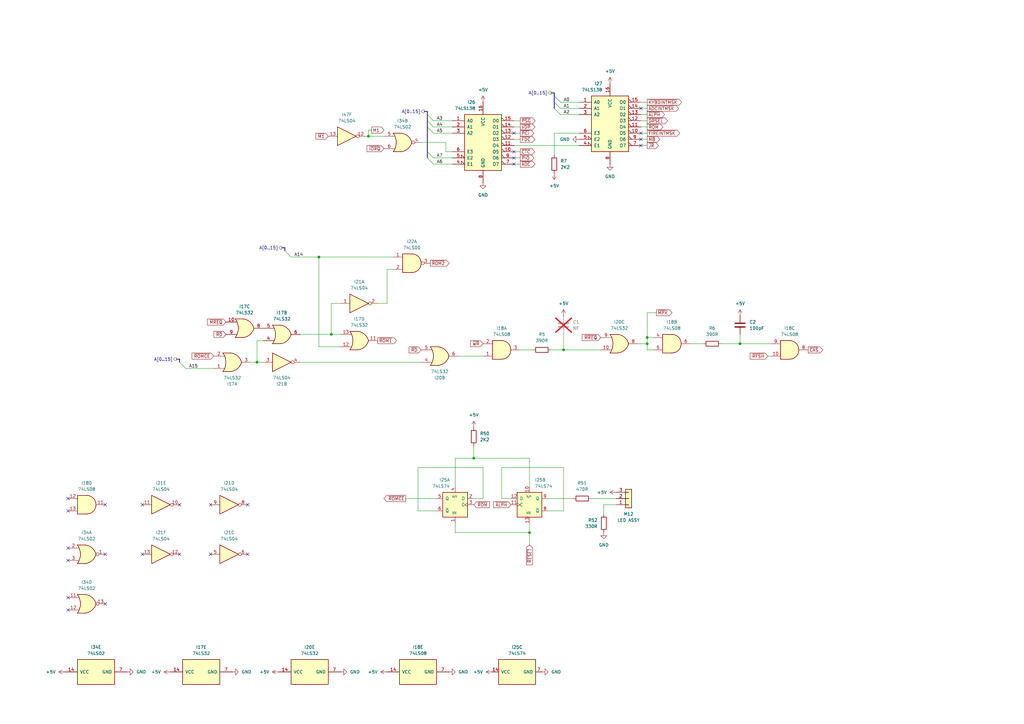
<source format=kicad_sch>
(kicad_sch (version 20250114) (generator "eeschema") (generator_version "9.0")
  (paper "A3")
  (lib_symbols
    (symbol "74xx:74LS00" (pin_names (offset 1.016))
      (property "Reference" "U" (at 0 1.27 0))
      (property "Value" "74LS00" (at 0 -1.27 0))
      (symbol "74LS00_1_1"
        (pin input line (at -7.62 2.54 0) (length 3.81) (name "~") (number "1"))
        (pin input line (at -7.62 -2.54 0) (length 3.81) (name "~") (number "2"))
        (pin output inverted (at 7.62 0 180) (length 3.81) (name "~") (number "3"))
      )
      (symbol "74LS00_1_2"
        (pin input inverted (at -7.62 2.54 0) (length 4.318) (name "~") (number "1"))
        (pin input inverted (at -7.62 -2.54 0) (length 4.318) (name "~") (number "2"))
        (pin output line (at 7.62 0 180) (length 3.81) (name "~") (number "3"))
      )
      (symbol "74LS00_2_1"
        (pin input line (at -7.62 2.54 0) (length 3.81) (name "~") (number "4"))
        (pin input line (at -7.62 -2.54 0) (length 3.81) (name "~") (number "5"))
        (pin output inverted (at 7.62 0 180) (length 3.81) (name "~") (number "6"))
      )
      (symbol "74LS00_2_2"
        (pin input inverted (at -7.62 2.54 0) (length 4.318) (name "~") (number "4"))
        (pin input inverted (at -7.62 -2.54 0) (length 4.318) (name "~") (number "5"))
        (pin output line (at 7.62 0 180) (length 3.81) (name "~") (number "6"))
      )
      (symbol "74LS00_3_1"
        (pin input line (at -7.62 2.54 0) (length 3.81) (name "~") (number "9"))
        (pin input line (at -7.62 -2.54 0) (length 3.81) (name "~") (number "10"))
        (pin output inverted (at 7.62 0 180) (length 3.81) (name "~") (number "8"))
      )
      (symbol "74LS00_3_2"
        (pin input inverted (at -7.62 2.54 0) (length 4.318) (name "~") (number "9"))
        (pin input inverted (at -7.62 -2.54 0) (length 4.318) (name "~") (number "10"))
        (pin output line (at 7.62 0 180) (length 3.81) (name "~") (number "8"))
      )
      (symbol "74LS00_4_1"
        (pin input line (at -7.62 2.54 0) (length 3.81) (name "~") (number "12"))
        (pin input line (at -7.62 -2.54 0) (length 3.81) (name "~") (number "13"))
        (pin output inverted (at 7.62 0 180) (length 3.81) (name "~") (number "11"))
      )
      (symbol "74LS00_4_2"
        (pin input inverted (at -7.62 2.54 0) (length 4.318) (name "~") (number "12"))
        (pin input inverted (at -7.62 -2.54 0) (length 4.318) (name "~") (number "13"))
        (pin output line (at 7.62 0 180) (length 3.81) (name "~") (number "11"))
      )
      (symbol "74LS00_5_0"
        (pin power_in line (at 0 12.7 270) (length 5.08) (name "VCC") (number "14"))
        (pin power_in line (at 0 -12.7 90) (length 5.08) (name "GND") (number "7"))
      )
    )
    (symbol "74xx:74LS02" (pin_names (offset 1.016))
      (property "Reference" "U" (at 0 1.27 0))
      (property "Value" "74LS02" (at 0 -1.27 0))
      (symbol "74LS02_1_1"
        (pin input line (at -7.62 2.54 0) (length 4.318) (name "~") (number "2"))
        (pin input line (at -7.62 -2.54 0) (length 4.318) (name "~") (number "3"))
        (pin output inverted (at 7.62 0 180) (length 3.81) (name "~") (number "1"))
      )
      (symbol "74LS02_1_2"
        (pin input inverted (at -7.62 2.54 0) (length 3.81) (name "~") (number "2"))
        (pin input inverted (at -7.62 -2.54 0) (length 3.81) (name "~") (number "3"))
        (pin output line (at 7.62 0 180) (length 3.81) (name "~") (number "1"))
      )
      (symbol "74LS02_2_1"
        (pin input line (at -7.62 2.54 0) (length 4.318) (name "~") (number "5"))
        (pin input line (at -7.62 -2.54 0) (length 4.318) (name "~") (number "6"))
        (pin output inverted (at 7.62 0 180) (length 3.81) (name "~") (number "4"))
      )
      (symbol "74LS02_2_2"
        (pin input inverted (at -7.62 2.54 0) (length 3.81) (name "~") (number "5"))
        (pin input inverted (at -7.62 -2.54 0) (length 3.81) (name "~") (number "6"))
        (pin output line (at 7.62 0 180) (length 3.81) (name "~") (number "4"))
      )
      (symbol "74LS02_3_1"
        (pin input line (at -7.62 2.54 0) (length 4.318) (name "~") (number "8"))
        (pin input line (at -7.62 -2.54 0) (length 4.318) (name "~") (number "9"))
        (pin output inverted (at 7.62 0 180) (length 3.81) (name "~") (number "10"))
      )
      (symbol "74LS02_3_2"
        (pin input inverted (at -7.62 2.54 0) (length 3.81) (name "~") (number "8"))
        (pin input inverted (at -7.62 -2.54 0) (length 3.81) (name "~") (number "9"))
        (pin output line (at 7.62 0 180) (length 3.81) (name "~") (number "10"))
      )
      (symbol "74LS02_4_1"
        (pin input line (at -7.62 2.54 0) (length 4.318) (name "~") (number "11"))
        (pin input line (at -7.62 -2.54 0) (length 4.318) (name "~") (number "12"))
        (pin output inverted (at 7.62 0 180) (length 3.81) (name "~") (number "13"))
      )
      (symbol "74LS02_4_2"
        (pin input inverted (at -7.62 2.54 0) (length 3.81) (name "~") (number "11"))
        (pin input inverted (at -7.62 -2.54 0) (length 3.81) (name "~") (number "12"))
        (pin output line (at 7.62 0 180) (length 3.81) (name "~") (number "13"))
      )
      (symbol "74LS02_5_0"
        (pin power_in line (at 0 12.7 270) (length 5.08) (name "VCC") (number "14"))
        (pin power_in line (at 0 -12.7 90) (length 5.08) (name "GND") (number "7"))
      )
    )
    (symbol "74xx:74LS04"
      (property "Reference" "U" (at 0 1.27 0))
      (property "Value" "74LS04" (at 0 -1.27 0))
      (symbol "74LS04_1_0"
        (pin input line (at -7.62 0 0) (length 3.81) (name "~") (number "1"))
        (pin output inverted (at 7.62 0 180) (length 3.81) (name "~") (number "2"))
      )
      (symbol "74LS04_2_0"
        (pin input line (at -7.62 0 0) (length 3.81) (name "~") (number "3"))
        (pin output inverted (at 7.62 0 180) (length 3.81) (name "~") (number "4"))
      )
      (symbol "74LS04_3_0"
        (pin input line (at -7.62 0 0) (length 3.81) (name "~") (number "5"))
        (pin output inverted (at 7.62 0 180) (length 3.81) (name "~") (number "6"))
      )
      (symbol "74LS04_4_0"
        (pin input line (at -7.62 0 0) (length 3.81) (name "~") (number "9"))
        (pin output inverted (at 7.62 0 180) (length 3.81) (name "~") (number "8"))
      )
      (symbol "74LS04_5_0"
        (pin input line (at -7.62 0 0) (length 3.81) (name "~") (number "11"))
        (pin output inverted (at 7.62 0 180) (length 3.81) (name "~") (number "10"))
      )
      (symbol "74LS04_6_0"
        (pin input line (at -7.62 0 0) (length 3.81) (name "~") (number "13"))
        (pin output inverted (at 7.62 0 180) (length 3.81) (name "~") (number "12"))
      )
      (symbol "74LS04_7_0"
        (pin power_in line (at 0 12.7 270) (length 5.08) (name "VCC") (number "14"))
        (pin power_in line (at 0 -12.7 90) (length 5.08) (name "GND") (number "7"))
      )
    )
    (symbol "74xx:74LS08" (pin_names (offset 1.016))
      (property "Reference" "U" (at 0 1.27 0))
      (property "Value" "74LS08" (at 0 -1.27 0))
      (symbol "74LS08_1_1"
        (pin input line (at -7.62 2.54 0) (length 3.81) (name "~") (number "1"))
        (pin input line (at -7.62 -2.54 0) (length 3.81) (name "~") (number "2"))
        (pin output line (at 7.62 0 180) (length 3.81) (name "~") (number "3"))
      )
      (symbol "74LS08_1_2"
        (pin input inverted (at -7.62 2.54 0) (length 4.318) (name "~") (number "1"))
        (pin input inverted (at -7.62 -2.54 0) (length 4.318) (name "~") (number "2"))
        (pin output inverted (at 7.62 0 180) (length 3.81) (name "~") (number "3"))
      )
      (symbol "74LS08_2_1"
        (pin input line (at -7.62 2.54 0) (length 3.81) (name "~") (number "4"))
        (pin input line (at -7.62 -2.54 0) (length 3.81) (name "~") (number "5"))
        (pin output line (at 7.62 0 180) (length 3.81) (name "~") (number "6"))
      )
      (symbol "74LS08_2_2"
        (pin input inverted (at -7.62 2.54 0) (length 4.318) (name "~") (number "4"))
        (pin input inverted (at -7.62 -2.54 0) (length 4.318) (name "~") (number "5"))
        (pin output inverted (at 7.62 0 180) (length 3.81) (name "~") (number "6"))
      )
      (symbol "74LS08_3_1"
        (pin input line (at -7.62 2.54 0) (length 3.81) (name "~") (number "9"))
        (pin input line (at -7.62 -2.54 0) (length 3.81) (name "~") (number "10"))
        (pin output line (at 7.62 0 180) (length 3.81) (name "~") (number "8"))
      )
      (symbol "74LS08_3_2"
        (pin input inverted (at -7.62 2.54 0) (length 4.318) (name "~") (number "9"))
        (pin input inverted (at -7.62 -2.54 0) (length 4.318) (name "~") (number "10"))
        (pin output inverted (at 7.62 0 180) (length 3.81) (name "~") (number "8"))
      )
      (symbol "74LS08_4_1"
        (pin input line (at -7.62 2.54 0) (length 3.81) (name "~") (number "12"))
        (pin input line (at -7.62 -2.54 0) (length 3.81) (name "~") (number "13"))
        (pin output line (at 7.62 0 180) (length 3.81) (name "~") (number "11"))
      )
      (symbol "74LS08_4_2"
        (pin input inverted (at -7.62 2.54 0) (length 4.318) (name "~") (number "12"))
        (pin input inverted (at -7.62 -2.54 0) (length 4.318) (name "~") (number "13"))
        (pin output inverted (at 7.62 0 180) (length 3.81) (name "~") (number "11"))
      )
      (symbol "74LS08_5_0"
        (pin power_in line (at 0 12.7 270) (length 5.08) (name "VCC") (number "14"))
        (pin power_in line (at 0 -12.7 90) (length 5.08) (name "GND") (number "7"))
      )
    )
    (symbol "74xx:74LS138" (pin_names (offset 1.016))
      (property "Reference" "U" (at -7.62 11.43 0))
      (property "Value" "74LS138" (at -7.62 -13.97 0))
      (symbol "74LS138_1_0"
        (pin input line (at -12.7 7.62 0) (length 5.08) (name "A0") (number "1"))
        (pin input line (at -12.7 5.08 0) (length 5.08) (name "A1") (number "2"))
        (pin input line (at -12.7 2.54 0) (length 5.08) (name "A2") (number "3"))
        (pin input line (at -12.7 -5.08 0) (length 5.08) (name "E3") (number "6"))
        (pin input input_low (at -12.7 -7.62 0) (length 5.08) (name "E2") (number "5"))
        (pin input input_low (at -12.7 -10.16 0) (length 5.08) (name "E1") (number "4"))
        (pin power_in line (at 0 15.24 270) (length 5.08) (name "VCC") (number "16"))
        (pin power_in line (at 0 -17.78 90) (length 5.08) (name "GND") (number "8"))
        (pin output output_low (at 12.7 7.62 180) (length 5.08) (name "O0") (number "15"))
        (pin output output_low (at 12.7 5.08 180) (length 5.08) (name "O1") (number "14"))
        (pin output output_low (at 12.7 2.54 180) (length 5.08) (name "O2") (number "13"))
        (pin output output_low (at 12.7 0 180) (length 5.08) (name "O3") (number "12"))
        (pin output output_low (at 12.7 -2.54 180) (length 5.08) (name "O4") (number "11"))
        (pin output output_low (at 12.7 -5.08 180) (length 5.08) (name "O5") (number "10"))
        (pin output output_low (at 12.7 -7.62 180) (length 5.08) (name "O6") (number "9"))
        (pin output output_low (at 12.7 -10.16 180) (length 5.08) (name "O7") (number "7"))
      )
    )
    (symbol "74xx:74LS32" (pin_names (offset 1.016))
      (property "Reference" "U" (at 0 1.27 0))
      (property "Value" "74LS32" (at 0 -1.27 0))
      (symbol "74LS32_1_1"
        (pin input line (at -7.62 2.54 0) (length 4.318) (name "~") (number "1"))
        (pin input line (at -7.62 -2.54 0) (length 4.318) (name "~") (number "2"))
        (pin output line (at 7.62 0 180) (length 3.81) (name "~") (number "3"))
      )
      (symbol "74LS32_1_2"
        (pin input inverted (at -7.62 2.54 0) (length 3.81) (name "~") (number "1"))
        (pin input inverted (at -7.62 -2.54 0) (length 3.81) (name "~") (number "2"))
        (pin output inverted (at 7.62 0 180) (length 3.81) (name "~") (number "3"))
      )
      (symbol "74LS32_2_1"
        (pin input line (at -7.62 2.54 0) (length 4.318) (name "~") (number "4"))
        (pin input line (at -7.62 -2.54 0) (length 4.318) (name "~") (number "5"))
        (pin output line (at 7.62 0 180) (length 3.81) (name "~") (number "6"))
      )
      (symbol "74LS32_2_2"
        (pin input inverted (at -7.62 2.54 0) (length 3.81) (name "~") (number "4"))
        (pin input inverted (at -7.62 -2.54 0) (length 3.81) (name "~") (number "5"))
        (pin output inverted (at 7.62 0 180) (length 3.81) (name "~") (number "6"))
      )
      (symbol "74LS32_3_1"
        (pin input line (at -7.62 2.54 0) (length 4.318) (name "~") (number "9"))
        (pin input line (at -7.62 -2.54 0) (length 4.318) (name "~") (number "10"))
        (pin output line (at 7.62 0 180) (length 3.81) (name "~") (number "8"))
      )
      (symbol "74LS32_3_2"
        (pin input inverted (at -7.62 2.54 0) (length 3.81) (name "~") (number "9"))
        (pin input inverted (at -7.62 -2.54 0) (length 3.81) (name "~") (number "10"))
        (pin output inverted (at 7.62 0 180) (length 3.81) (name "~") (number "8"))
      )
      (symbol "74LS32_4_1"
        (pin input line (at -7.62 2.54 0) (length 4.318) (name "~") (number "12"))
        (pin input line (at -7.62 -2.54 0) (length 4.318) (name "~") (number "13"))
        (pin output line (at 7.62 0 180) (length 3.81) (name "~") (number "11"))
      )
      (symbol "74LS32_4_2"
        (pin input inverted (at -7.62 2.54 0) (length 3.81) (name "~") (number "12"))
        (pin input inverted (at -7.62 -2.54 0) (length 3.81) (name "~") (number "13"))
        (pin output inverted (at 7.62 0 180) (length 3.81) (name "~") (number "11"))
      )
      (symbol "74LS32_5_0"
        (pin power_in line (at 0 12.7 270) (length 5.08) (name "VCC") (number "14"))
        (pin power_in line (at 0 -12.7 90) (length 5.08) (name "GND") (number "7"))
      )
    )
    (symbol "74xx:74LS74" (pin_names (offset 1.016))
      (property "Reference" "U" (at -7.62 8.89 0))
      (property "Value" "74LS74" (at -7.62 -8.89 0))
      (symbol "74LS74_1_0"
        (pin input line (at -7.62 2.54 0) (length 2.54) (name "D") (number "2"))
        (pin input clock (at -7.62 0 0) (length 2.54) (name "C") (number "3"))
        (pin input line (at 0 7.62 270) (length 2.54) (name "~{S}") (number "4"))
        (pin input line (at 0 -7.62 90) (length 2.54) (name "~{R}") (number "1"))
        (pin output line (at 7.62 2.54 180) (length 2.54) (name "Q") (number "5"))
        (pin output line (at 7.62 -2.54 180) (length 2.54) (name "~{Q}") (number "6"))
      )
      (symbol "74LS74_2_0"
        (pin input line (at -7.62 2.54 0) (length 2.54) (name "D") (number "12"))
        (pin input clock (at -7.62 0 0) (length 2.54) (name "C") (number "11"))
        (pin input line (at 0 7.62 270) (length 2.54) (name "~{S}") (number "10"))
        (pin input line (at 0 -7.62 90) (length 2.54) (name "~{R}") (number "13"))
        (pin output line (at 7.62 2.54 180) (length 2.54) (name "Q") (number "9"))
        (pin output line (at 7.62 -2.54 180) (length 2.54) (name "~{Q}") (number "8"))
      )
      (symbol "74LS74_3_0"
        (pin power_in line (at 0 10.16 270) (length 2.54) (name "VCC") (number "14"))
        (pin power_in line (at 0 -10.16 90) (length 2.54) (name "GND") (number "7"))
      )
    )
    (symbol "Connector_Generic:Conn_01x03" (pin_names (offset 1.016) (hide yes))
      (property "Reference" "J" (at 0 5.08 0))
      (property "Value" "Conn_01x03" (at 0 -5.08 0))
      (symbol "Conn_01x03_1_1"
        (pin passive line (at -5.08 2.54 0) (length 3.81) (name "Pin_1") (number "1"))
        (pin passive line (at -5.08 0 0) (length 3.81) (name "Pin_2") (number "2"))
        (pin passive line (at -5.08 -2.54 0) (length 3.81) (name "Pin_3") (number "3"))
      )
    )
    (symbol "Device:C" (pin_numbers (hide yes)) (pin_names (offset 0.254))
      (property "Reference" "C" (at 0.635 2.54 0))
      (property "Value" "C" (at 0.635 -2.54 0))
      (symbol "C_1_1"
        (pin passive line (at 0 3.81 270) (length 2.794) (name "~") (number "1"))
        (pin passive line (at 0 -3.81 90) (length 2.794) (name "~") (number "2"))
      )
    )
    (symbol "Device:R" (pin_numbers (hide yes)) (pin_names (offset 0))
      (property "Reference" "R" (at 2.032 0 90))
      (property "Value" "R" (at 0 0 90))
      (symbol "R_1_1"
        (pin passive line (at 0 3.81 270) (length 1.27) (name "~") (number "1"))
        (pin passive line (at 0 -3.81 90) (length 1.27) (name "~") (number "2"))
      )
    )
    (symbol "power:+5V" (power) (pin_numbers (hide yes)) (pin_names (offset 0) (hide yes))
      (property "Value" "+5V" (at 0 3.556 0))
      (symbol "+5V_1_1"
        (pin power_in line (at 0 0 90) (length 0) (name "~") (number "1"))
      )
    )
    (symbol "power:GND" (power) (pin_numbers (hide yes)) (pin_names (offset 0) (hide yes))
      (property "Value" "GND" (at 0 -3.81 0))
      (symbol "GND_1_1"
        (pin power_in line (at 0 0 270) (length 0) (name "~") (number "1"))
      )
    )
  )
  (junction (at 231.14 143.51))
  (junction (at 265.43 138.43))
  (junction (at 130.81 105.41))
  (junction (at 151.13 55.88))
  (junction (at 135.89 137.16))
  (junction (at 105.41 148.59))
  (junction (at 194.31 187.96))
  (junction (at 303.53 140.97))
  (junction (at 265.43 140.97))
  (junction (at 217.17 218.44))
  (no_connect (at 43.18 207.01))
  (no_connect (at 43.18 247.65))
  (no_connect (at 101.6 227.33))
  (no_connect (at 73.66 207.01))
  (no_connect (at 262.89 57.15))
  (no_connect (at 101.6 207.01))
  (no_connect (at 210.82 64.77))
  (no_connect (at 43.18 227.33))
  (no_connect (at 27.94 204.47))
  (no_connect (at 86.36 207.01))
  (no_connect (at 27.94 209.55))
  (no_connect (at 27.94 245.11))
  (no_connect (at 210.82 67.31))
  (no_connect (at 27.94 250.19))
  (no_connect (at 262.89 44.45))
  (no_connect (at 73.66 227.33))
  (no_connect (at 210.82 54.61))
  (no_connect (at 58.42 207.01))
  (no_connect (at 262.89 54.61))
  (no_connect (at 27.94 224.79))
  (no_connect (at 27.94 229.87))
  (no_connect (at 262.89 59.69))
  (no_connect (at 86.36 227.33))
  (no_connect (at 58.42 227.33))
  (no_connect (at 210.82 62.23))
  (bus_entry (at 229.87 44.45) (size -2.54 -2.54))
  (bus_entry (at 177.8 54.61) (size -2.54 -2.54))
  (bus_entry (at 177.8 64.77) (size -2.54 -2.54))
  (bus_entry (at 177.8 49.53) (size -2.54 -2.54))
  (bus_entry (at 119.38 105.41) (size -2.54 -2.54))
  (bus_entry (at 229.87 46.99) (size -2.54 -2.54))
  (bus_entry (at 76.2 151.13) (size -2.54 -2.54))
  (bus_entry (at 177.8 67.31) (size -2.54 -2.54))
  (bus_entry (at 177.8 52.07) (size -2.54 -2.54))
  (bus_entry (at 229.87 41.91) (size -2.54 -2.54))
  (wire (pts (xy 185.42 67.31) (xy 177.8 67.31)))
  (bus (pts (xy 175.26 49.53) (xy 175.26 52.07)))
  (wire (pts (xy 194.31 204.47) (xy 198.12 204.47)))
  (wire (pts (xy 247.65 207.01) (xy 252.73 207.01)))
  (wire (pts (xy 171.45 209.55) (xy 179.07 209.55)))
  (wire (pts (xy 265.43 54.61) (xy 262.89 54.61)))
  (wire (pts (xy 234.95 204.47) (xy 224.79 204.47)))
  (wire (pts (xy 217.17 218.44) (xy 217.17 223.52)))
  (wire (pts (xy 149.86 55.88) (xy 151.13 55.88)))
  (bus (pts (xy 173.99 45.72) (xy 175.26 45.72)))
  (wire (pts (xy 237.49 44.45) (xy 229.87 44.45)))
  (wire (pts (xy 185.42 64.77) (xy 177.8 64.77)))
  (wire (pts (xy 213.36 49.53) (xy 210.82 49.53)))
  (wire (pts (xy 265.43 44.45) (xy 262.89 44.45)))
  (wire (pts (xy 123.19 148.59) (xy 172.72 148.59)))
  (wire (pts (xy 231.14 209.55) (xy 224.79 209.55)))
  (wire (pts (xy 231.14 137.16) (xy 231.14 143.51)))
  (bus (pts (xy 175.26 46.99) (xy 175.26 49.53)))
  (wire (pts (xy 213.36 62.23) (xy 210.82 62.23)))
  (wire (pts (xy 314.96 146.05) (xy 316.23 146.05)))
  (wire (pts (xy 227.33 54.61) (xy 237.49 54.61)))
  (bus (pts (xy 175.26 62.23) (xy 175.26 64.77)))
  (wire (pts (xy 217.17 187.96) (xy 194.31 187.96)))
  (wire (pts (xy 205.74 204.47) (xy 205.74 191.77)))
  (bus (pts (xy 116.84 101.6) (xy 116.84 102.87)))
  (wire (pts (xy 213.36 67.31) (xy 210.82 67.31)))
  (wire (pts (xy 267.97 138.43) (xy 265.43 138.43)))
  (wire (pts (xy 166.37 204.47) (xy 179.07 204.47)))
  (wire (pts (xy 105.41 148.59) (xy 107.95 148.59)))
  (wire (pts (xy 252.73 204.47) (xy 242.57 204.47)))
  (bus (pts (xy 175.26 45.72) (xy 175.26 46.99)))
  (wire (pts (xy 130.81 142.24) (xy 130.81 105.41)))
  (wire (pts (xy 185.42 52.07) (xy 177.8 52.07)))
  (bus (pts (xy 73.66 147.32) (xy 73.66 148.59)))
  (wire (pts (xy 135.89 124.46) (xy 135.89 137.16)))
  (wire (pts (xy 237.49 41.91) (xy 229.87 41.91)))
  (wire (pts (xy 213.36 64.77) (xy 210.82 64.77)))
  (wire (pts (xy 265.43 41.91) (xy 262.89 41.91)))
  (wire (pts (xy 102.87 148.59) (xy 105.41 148.59)))
  (wire (pts (xy 119.38 105.41) (xy 130.81 105.41)))
  (wire (pts (xy 265.43 128.27) (xy 265.43 138.43)))
  (wire (pts (xy 194.31 187.96) (xy 186.69 187.96)))
  (bus (pts (xy 227.33 41.91) (xy 227.33 44.45)))
  (wire (pts (xy 265.43 46.99) (xy 262.89 46.99)))
  (wire (pts (xy 185.42 62.23) (xy 182.88 62.23)))
  (wire (pts (xy 209.55 204.47) (xy 205.74 204.47)))
  (wire (pts (xy 218.44 143.51) (xy 213.36 143.51)))
  (wire (pts (xy 130.81 105.41) (xy 161.29 105.41)))
  (wire (pts (xy 213.36 54.61) (xy 210.82 54.61)))
  (wire (pts (xy 213.36 57.15) (xy 210.82 57.15)))
  (wire (pts (xy 198.12 204.47) (xy 198.12 191.77)))
  (wire (pts (xy 198.12 191.77) (xy 171.45 191.77)))
  (wire (pts (xy 303.53 140.97) (xy 303.53 137.16)))
  (wire (pts (xy 158.75 110.49) (xy 161.29 110.49)))
  (wire (pts (xy 151.13 53.34) (xy 151.13 55.88)))
  (wire (pts (xy 267.97 143.51) (xy 265.43 143.51)))
  (wire (pts (xy 154.94 124.46) (xy 158.75 124.46)))
  (wire (pts (xy 105.41 139.7) (xy 107.95 139.7)))
  (wire (pts (xy 231.14 191.77) (xy 231.14 209.55)))
  (wire (pts (xy 288.29 140.97) (xy 283.21 140.97)))
  (bus (pts (xy 227.33 38.1) (xy 227.33 39.37)))
  (wire (pts (xy 76.2 151.13) (xy 87.63 151.13)))
  (wire (pts (xy 303.53 140.97) (xy 316.23 140.97)))
  (wire (pts (xy 265.43 49.53) (xy 262.89 49.53)))
  (wire (pts (xy 172.72 58.42) (xy 182.88 58.42)))
  (wire (pts (xy 265.43 59.69) (xy 262.89 59.69)))
  (wire (pts (xy 231.14 143.51) (xy 246.38 143.51)))
  (wire (pts (xy 213.36 52.07) (xy 210.82 52.07)))
  (wire (pts (xy 152.4 53.34) (xy 151.13 53.34)))
  (bus (pts (xy 226.06 38.1) (xy 227.33 38.1)))
  (wire (pts (xy 194.31 182.88) (xy 194.31 187.96)))
  (wire (pts (xy 139.7 137.16) (xy 135.89 137.16)))
  (wire (pts (xy 265.43 52.07) (xy 262.89 52.07)))
  (wire (pts (xy 171.45 191.77) (xy 171.45 209.55)))
  (wire (pts (xy 265.43 57.15) (xy 262.89 57.15)))
  (wire (pts (xy 247.65 210.82) (xy 247.65 207.01)))
  (wire (pts (xy 231.14 143.51) (xy 226.06 143.51)))
  (bus (pts (xy 72.39 147.32) (xy 73.66 147.32)))
  (wire (pts (xy 139.7 124.46) (xy 135.89 124.46)))
  (wire (pts (xy 185.42 54.61) (xy 177.8 54.61)))
  (wire (pts (xy 186.69 187.96) (xy 186.69 199.39)))
  (wire (pts (xy 185.42 49.53) (xy 177.8 49.53)))
  (bus (pts (xy 115.57 101.6) (xy 116.84 101.6)))
  (wire (pts (xy 186.69 218.44) (xy 217.17 218.44)))
  (wire (pts (xy 151.13 55.88) (xy 157.48 55.88)))
  (wire (pts (xy 217.17 199.39) (xy 217.17 187.96)))
  (wire (pts (xy 265.43 138.43) (xy 265.43 140.97)))
  (wire (pts (xy 182.88 62.23) (xy 182.88 58.42)))
  (bus (pts (xy 175.26 52.07) (xy 175.26 62.23)))
  (wire (pts (xy 237.49 46.99) (xy 229.87 46.99)))
  (bus (pts (xy 227.33 39.37) (xy 227.33 41.91)))
  (wire (pts (xy 105.41 148.59) (xy 105.41 139.7)))
  (wire (pts (xy 265.43 143.51) (xy 265.43 140.97)))
  (wire (pts (xy 210.82 59.69) (xy 237.49 59.69)))
  (wire (pts (xy 205.74 191.77) (xy 231.14 191.77)))
  (wire (pts (xy 227.33 63.5) (xy 227.33 54.61)))
  (wire (pts (xy 158.75 124.46) (xy 158.75 110.49)))
  (wire (pts (xy 198.12 146.05) (xy 187.96 146.05)))
  (wire (pts (xy 135.89 137.16) (xy 123.19 137.16)))
  (wire (pts (xy 139.7 142.24) (xy 130.81 142.24)))
  (wire (pts (xy 265.43 140.97) (xy 261.62 140.97)))
  (wire (pts (xy 269.24 128.27) (xy 265.43 128.27)))
  (wire (pts (xy 295.91 140.97) (xy 303.53 140.97)))
  (wire (pts (xy 186.69 214.63) (xy 186.69 218.44)))
  (wire (pts (xy 217.17 218.44) (xy 217.17 214.63)))
  (label "A5" (at 179.07 54.61 0))
  (label "A14" (at 120.65 105.41 0))
  (label "A0" (at 231.14 41.91 0))
  (label "A1" (at 231.14 44.45 0))
  (label "A2" (at 231.14 46.99 0))
  (label "A7" (at 179.07 64.77 0))
  (label "A3" (at 179.07 49.53 0))
  (label "A6" (at 179.07 67.31 0))
  (label "A15" (at 77.47 151.13 0))
  (label "A4" (at 179.07 52.07 0))
  (global_label "~{RFSH}" (shape input) (at 314.96 146.05 180) (property "Intersheetrefs" "${INTERSHEET_REFS}" (effects (hide yes))))
  (global_label "~{PSG}" (shape output) (at 213.36 49.53 0) (property "Intersheetrefs" "${INTERSHEET_REFS}" (effects (hide yes))))
  (global_label "~{ADC}" (shape output) (at 213.36 67.31 0) (property "Intersheetrefs" "${INTERSHEET_REFS}" (effects (hide yes))))
  (global_label "~{PCI}" (shape output) (at 213.36 54.61 0) (property "Intersheetrefs" "${INTERSHEET_REFS}" (effects (hide yes))))
  (global_label "~{ROM2}" (shape output) (at 176.53 107.95 0) (property "Intersheetrefs" "${INTERSHEET_REFS}" (effects (hide yes))))
  (global_label "~{WR}" (shape input) (at 198.12 140.97 180) (property "Intersheetrefs" "${INTERSHEET_REFS}" (effects (hide yes))))
  (global_label "~{FIREINTMSK}" (shape output) (at 265.43 54.61 0) (property "Intersheetrefs" "${INTERSHEET_REFS}" (effects (hide yes))))
  (global_label "~{MPX}" (shape output) (at 269.24 128.27 0) (property "Intersheetrefs" "${INTERSHEET_REFS}" (effects (hide yes))))
  (global_label "M1" (shape output) (at 152.4 53.34 0) (property "Intersheetrefs" "${INTERSHEET_REFS}" (effects (hide yes))))
  (global_label "~{RD}" (shape input) (at 172.72 143.51 180) (property "Intersheetrefs" "${INTERSHEET_REFS}" (effects (hide yes))))
  (global_label "~{MB}" (shape output) (at 265.43 57.15 0) (property "Intersheetrefs" "${INTERSHEET_REFS}" (effects (hide yes))))
  (global_label "~{IORQ}" (shape input) (at 157.48 60.96 180) (property "Intersheetrefs" "${INTERSHEET_REFS}" (effects (hide yes))))
  (global_label "~{KYBDINTMSK}" (shape output) (at 265.43 41.91 0) (property "Intersheetrefs" "${INTERSHEET_REFS}" (effects (hide yes))))
  (global_label "~{CAS}" (shape output) (at 331.47 143.51 0) (property "Intersheetrefs" "${INTERSHEET_REFS}" (effects (hide yes))))
  (global_label "~{CTC}" (shape output) (at 213.36 62.23 0) (property "Intersheetrefs" "${INTERSHEET_REFS}" (effects (hide yes))))
  (global_label "~{PIO}" (shape output) (at 213.36 64.77 0) (property "Intersheetrefs" "${INTERSHEET_REFS}" (effects (hide yes))))
  (global_label "~{RD}" (shape input) (at 92.71 137.16 180) (property "Intersheetrefs" "${INTERSHEET_REFS}" (effects (hide yes))))
  (global_label "~{ALPH}" (shape output) (at 265.43 46.99 0) (property "Intersheetrefs" "${INTERSHEET_REFS}" (effects (hide yes))))
  (global_label "~{DRSEL}" (shape output) (at 265.43 49.53 0) (property "Intersheetrefs" "${INTERSHEET_REFS}" (effects (hide yes))))
  (global_label "~{FDC}" (shape output) (at 213.36 57.15 0) (property "Intersheetrefs" "${INTERSHEET_REFS}" (effects (hide yes))))
  (global_label "~{ALPH}" (shape input) (at 209.55 207.01 180) (property "Intersheetrefs" "${INTERSHEET_REFS}" (effects (hide yes))))
  (global_label "~{MREQ}" (shape input) (at 92.71 132.08 180) (property "Intersheetrefs" "${INTERSHEET_REFS}" (effects (hide yes))))
  (global_label "~{ROM}" (shape input) (at 194.31 207.01 0) (property "Intersheetrefs" "${INTERSHEET_REFS}" (effects (hide yes))))
  (global_label "~{RESET}" (shape input) (at 217.17 223.52 270) (property "Intersheetrefs" "${INTERSHEET_REFS}" (effects (hide yes))))
  (global_label "~{ROMCE}" (shape input) (at 87.63 146.05 180) (property "Intersheetrefs" "${INTERSHEET_REFS}" (effects (hide yes))))
  (global_label "~{JR}" (shape output) (at 265.43 59.69 0) (property "Intersheetrefs" "${INTERSHEET_REFS}" (effects (hide yes))))
  (global_label "~{MREQ}" (shape input) (at 246.38 138.43 180) (property "Intersheetrefs" "${INTERSHEET_REFS}" (effects (hide yes))))
  (global_label "~{M1}" (shape input) (at 134.62 55.88 180) (property "Intersheetrefs" "${INTERSHEET_REFS}" (effects (hide yes))))
  (global_label "~{ROM}" (shape output) (at 265.43 52.07 0) (property "Intersheetrefs" "${INTERSHEET_REFS}" (effects (hide yes))))
  (global_label "~{ROMCE}" (shape output) (at 166.37 204.47 180) (property "Intersheetrefs" "${INTERSHEET_REFS}" (effects (hide yes))))
  (global_label "~{ROM1}" (shape output) (at 154.94 139.7 0) (property "Intersheetrefs" "${INTERSHEET_REFS}" (effects (hide yes))))
  (global_label "~{VDP}" (shape output) (at 213.36 52.07 0) (property "Intersheetrefs" "${INTERSHEET_REFS}" (effects (hide yes))))
  (global_label "~{ADCINTMSK}" (shape output) (at 265.43 44.45 0) (property "Intersheetrefs" "${INTERSHEET_REFS}" (effects (hide yes))))
  (hierarchical_label "A[0..15]" (shape output) (at 72.39 147.32 180))
  (hierarchical_label "A[0..15]" (shape output) (at 115.57 101.6 180))
  (hierarchical_label "A[0..15]" (shape output) (at 226.06 38.1 180))
  (hierarchical_label "A[0..15]" (shape output) (at 173.99 45.72 180))
  (symbol (lib_id "74xx:74LS32") (at 115.57 137.16 0) (mirror x) (unit 2)
    (property "Reference" "I17" (at 115.57 128.27 0))
    (property "Value" "74LS32" (at 115.57 130.81 0))
    (property "Footprint" "Einstein:DIP-14_W7.62mm" (effects (hide yes)))
    (property "Datasheet" "http://www.ti.com/lit/gpn/sn74LS32" (effects (hide yes)))
    (property "Description" "Quad 2-input OR" (effects (hide yes)))
  )
  (symbol (lib_id "74xx:74LS32") (at 254 140.97 0) (unit 3)
    (property "Reference" "I20" (at 254 132.08 0))
    (property "Value" "74LS32" (at 254 134.62 0))
    (property "Footprint" "Einstein:DIP-14_W7.62mm" (effects (hide yes)))
    (property "Datasheet" "http://www.ti.com/lit/gpn/sn74LS32" (effects (hide yes)))
    (property "Description" "Quad 2-input OR" (effects (hide yes)))
  )
  (symbol (lib_id "power:+5V") (at 114.3 275.59 90) (unit 1)
    (property "Reference" "#PWR080" (effects (hide yes)))
    (property "Value" "+5V" (at 110.49 275.5899 90) (effects (justify left)))
    (property "Description" "Power symbol creates a global label with name \"+5V\"" (effects (hide yes)))
  )
  (symbol (lib_id "74xx:74LS02") (at 165.1 58.42 0) (unit 2)
    (property "Reference" "I34" (at 165.1 49.53 0))
    (property "Value" "74LS02" (at 165.1 52.07 0))
    (property "Footprint" "Einstein:DIP-14_W7.62mm" (effects (hide yes)))
    (property "Datasheet" "http://www.ti.com/lit/gpn/sn74ls02" (effects (hide yes)))
    (property "Description" "quad 2-input NOR gate" (effects (hide yes)))
  )
  (symbol (lib_id "power:+5V") (at 227.33 71.12 180) (unit 1)
    (property "Reference" "#PWR077" (effects (hide yes)))
    (property "Value" "+5V" (at 227.33 76.2 0))
    (property "Description" "Power symbol creates a global label with name \"+5V\"" (effects (hide yes)))
  )
  (symbol (lib_id "Device:C") (at 231.14 133.35 0) (mirror y) (unit 1) (in_bom no) (dnp yes)
    (property "Reference" "C1" (at 234.95 132.0799 0) (effects (justify right)))
    (property "Value" "NF" (at 234.95 134.6199 0) (effects (justify right)))
    (property "Footprint" "Einstein:C_Disc_5.08mm" (effects (hide yes)))
    (property "Description" "Unpolarized capacitor" (effects (hide yes)))
  )
  (symbol (lib_id "74xx:74LS74") (at 217.17 207.01 0) (unit 2)
    (property "Reference" "I25" (at 219.3133 196.85 0) (effects (justify left)))
    (property "Value" "74LS74" (at 219.3133 199.39 0) (effects (justify left)))
    (property "Footprint" "Einstein:DIP-14_W7.62mm" (effects (hide yes)))
    (property "Datasheet" "74xx/74hc_hct74.pdf" (effects (hide yes)))
    (property "Description" "Dual D Flip-flop, Set & Reset" (effects (hide yes)))
  )
  (symbol (lib_id "Device:R") (at 194.31 179.07 0) (unit 1)
    (property "Reference" "R50" (at 196.85 177.7999 0) (effects (justify left)))
    (property "Value" "2K2" (at 196.85 180.3399 0) (effects (justify left)))
    (property "Footprint" "Einstein:Resistor 10.16mm" (effects (hide yes)))
    (property "Description" "Resistor" (effects (hide yes)))
  )
  (symbol (lib_id "74xx:74LS74") (at 212.09 275.59 90) (unit 3)
    (property "Reference" "I25" (at 212.09 265.43 90))
    (property "Value" "74LS74" (at 212.09 267.97 90))
    (property "Footprint" "Einstein:DIP-14_W7.62mm" (effects (hide yes)))
    (property "Datasheet" "74xx/74hc_hct74.pdf" (effects (hide yes)))
    (property "Description" "Dual D Flip-flop, Set & Reset" (effects (hide yes)))
  )
  (symbol (lib_id "Connector_Generic:Conn_01x03") (at 257.81 204.47 0) (mirror x) (unit 1)
    (property "Reference" "M12" (at 257.81 210.82 0))
    (property "Value" "LED ASSY" (at 257.81 213.36 0))
    (property "Footprint" "Einstein:M12 PinHeader_1x03_P2.54mm" (effects (hide yes)))
    (property "Description" "Generic connector, single row, 01x03, script generated (kicad-library-utils/schlib/autogen/connector/)" (effects (hide yes)))
  )
  (symbol (lib_id "74xx:74LS00") (at 168.91 107.95 0) (unit 1)
    (property "Reference" "I22" (at 168.9017 99.06 0))
    (property "Value" "74LS00" (at 168.9017 101.6 0))
    (property "Footprint" "Einstein:DIP-14_W7.62mm" (effects (hide yes)))
    (property "Datasheet" "http://www.ti.com/lit/gpn/sn74ls00" (effects (hide yes)))
    (property "Description" "quad 2-input NAND gate" (effects (hide yes)))
  )
  (symbol (lib_id "74xx:74LS138") (at 250.19 49.53 0) (unit 1)
    (property "Reference" "I27" (at 247.0719 34.29 0) (effects (justify right)))
    (property "Value" "74LS138" (at 247.0719 36.83 0) (effects (justify right)))
    (property "Footprint" "Einstein:DIP-16_W7.62mm" (effects (hide yes)))
    (property "Datasheet" "http://www.ti.com/lit/gpn/sn74LS138" (effects (hide yes)))
    (property "Description" "Decoder 3 to 8 active low outputs" (effects (hide yes)))
  )
  (symbol (lib_id "power:+5V") (at 303.53 129.54 0) (unit 1)
    (property "Reference" "#PWR085" (effects (hide yes)))
    (property "Value" "+5V" (at 303.53 124.46 0))
    (property "Description" "Power symbol creates a global label with name \"+5V\"" (effects (hide yes)))
  )
  (symbol (lib_id "74xx:74LS08") (at 35.56 207.01 0) (unit 4)
    (property "Reference" "I18" (at 35.5517 198.12 0))
    (property "Value" "74LS08" (at 35.5517 200.66 0))
    (property "Footprint" "Einstein:DIP-14_W7.62mm" (effects (hide yes)))
    (property "Datasheet" "http://www.ti.com/lit/gpn/sn74LS08" (effects (hide yes)))
    (property "Description" "Quad And2" (effects (hide yes)))
  )
  (symbol (lib_id "74xx:74LS32") (at 180.34 146.05 0) (mirror x) (unit 2)
    (property "Reference" "I20" (at 180.34 154.94 0))
    (property "Value" "74LS32" (at 180.34 152.4 0))
    (property "Footprint" "Einstein:DIP-14_W7.62mm" (effects (hide yes)))
    (property "Datasheet" "http://www.ti.com/lit/gpn/sn74LS32" (effects (hide yes)))
    (property "Description" "Quad 2-input OR" (effects (hide yes)))
  )
  (symbol (lib_id "power:+5V") (at 69.85 275.59 90) (unit 1)
    (property "Reference" "#PWR078" (effects (hide yes)))
    (property "Value" "+5V" (at 66.04 275.5899 90) (effects (justify left)))
    (property "Description" "Power symbol creates a global label with name \"+5V\"" (effects (hide yes)))
  )
  (symbol (lib_id "power:+5V") (at 252.73 201.93 90) (unit 1)
    (property "Reference" "#PWR090" (effects (hide yes)))
    (property "Value" "+5V" (at 248.92 201.9299 90) (effects (justify left)))
    (property "Description" "Power symbol creates a global label with name \"+5V\"" (effects (hide yes)))
  )
  (symbol (lib_id "power:GND") (at 247.65 218.44 0) (unit 1)
    (property "Reference" "#PWR089" (effects (hide yes)))
    (property "Value" "GND" (at 247.65 223.52 0))
    (property "Description" "Power symbol creates a global label with name \"GND\" , ground" (effects (hide yes)))
  )
  (symbol (lib_id "74xx:74LS04") (at 115.57 148.59 0) (mirror x) (unit 2)
    (property "Reference" "I21" (at 115.57 157.48 0))
    (property "Value" "74LS04" (at 115.57 154.94 0))
    (property "Footprint" "Einstein:DIP-14_W7.62mm" (effects (hide yes)))
    (property "Datasheet" "http://www.ti.com/lit/gpn/sn74LS04" (effects (hide yes)))
    (property "Description" "Hex Inverter" (effects (hide yes)))
  )
  (symbol (lib_id "74xx:74LS04") (at 66.04 207.01 0) (unit 5)
    (property "Reference" "I21" (at 66.04 198.12 0))
    (property "Value" "74LS04" (at 66.04 200.66 0))
    (property "Footprint" "Einstein:DIP-14_W7.62mm" (effects (hide yes)))
    (property "Datasheet" "http://www.ti.com/lit/gpn/sn74LS04" (effects (hide yes)))
    (property "Description" "Hex Inverter" (effects (hide yes)))
  )
  (symbol (lib_id "74xx:74LS138") (at 198.12 57.15 0) (unit 1)
    (property "Reference" "I26" (at 195.0019 41.91 0) (effects (justify right)))
    (property "Value" "74LS138" (at 195.0019 44.45 0) (effects (justify right)))
    (property "Footprint" "Einstein:DIP-16_W7.62mm" (effects (hide yes)))
    (property "Datasheet" "http://www.ti.com/lit/gpn/sn74LS138" (effects (hide yes)))
    (property "Description" "Decoder 3 to 8 active low outputs" (effects (hide yes)))
  )
  (symbol (lib_id "74xx:74LS32") (at 95.25 148.59 0) (mirror x) (unit 1)
    (property "Reference" "I17" (at 95.25 157.48 0))
    (property "Value" "74LS32" (at 95.25 154.94 0))
    (property "Footprint" "Einstein:DIP-14_W7.62mm" (effects (hide yes)))
    (property "Datasheet" "http://www.ti.com/lit/gpn/sn74LS32" (effects (hide yes)))
    (property "Description" "Quad 2-input OR" (effects (hide yes)))
  )
  (symbol (lib_id "Device:R") (at 292.1 140.97 270) (unit 1)
    (property "Reference" "R6" (at 292.1 134.62 90))
    (property "Value" "390R" (at 292.1 137.16 90))
    (property "Footprint" "Einstein:Resistor 10.16mm" (effects (hide yes)))
    (property "Description" "Resistor" (effects (hide yes)))
  )
  (symbol (lib_id "74xx:74LS04") (at 66.04 227.33 0) (unit 6)
    (property "Reference" "I21" (at 66.04 218.44 0))
    (property "Value" "74LS04" (at 66.04 220.98 0))
    (property "Footprint" "Einstein:DIP-14_W7.62mm" (effects (hide yes)))
    (property "Datasheet" "http://www.ti.com/lit/gpn/sn74LS04" (effects (hide yes)))
    (property "Description" "Hex Inverter" (effects (hide yes)))
  )
  (symbol (lib_id "power:GND") (at 139.7 275.59 90) (unit 1)
    (property "Reference" "#PWR081" (effects (hide yes)))
    (property "Value" "GND" (at 143.51 275.5899 90) (effects (justify right)))
    (property "Description" "Power symbol creates a global label with name \"GND\" , ground" (effects (hide yes)))
  )
  (symbol (lib_id "74xx:74LS02") (at 39.37 275.59 90) (unit 5)
    (property "Reference" "I34" (at 39.37 265.43 90))
    (property "Value" "74LS02" (at 39.37 267.97 90))
    (property "Footprint" "Einstein:DIP-14_W7.62mm" (effects (hide yes)))
    (property "Datasheet" "http://www.ti.com/lit/gpn/sn74ls02" (effects (hide yes)))
    (property "Description" "quad 2-input NOR gate" (effects (hide yes)))
  )
  (symbol (lib_id "Device:R") (at 227.33 67.31 180) (unit 1)
    (property "Reference" "R7" (at 229.87 66.0399 0) (effects (justify right)))
    (property "Value" "2K2" (at 229.87 68.5799 0) (effects (justify right)))
    (property "Footprint" "Einstein:Resistor 10.16mm" (effects (hide yes)))
    (property "Description" "Resistor" (effects (hide yes)))
  )
  (symbol (lib_id "74xx:74LS04") (at 93.98 227.33 0) (unit 3)
    (property "Reference" "I21" (at 93.98 218.44 0))
    (property "Value" "74LS04" (at 93.98 220.98 0))
    (property "Footprint" "Einstein:DIP-14_W7.62mm" (effects (hide yes)))
    (property "Datasheet" "http://www.ti.com/lit/gpn/sn74LS04" (effects (hide yes)))
    (property "Description" "Hex Inverter" (effects (hide yes)))
  )
  (symbol (lib_id "power:+5V") (at 250.19 34.29 0) (unit 1)
    (property "Reference" "#PWR074" (effects (hide yes)))
    (property "Value" "+5V" (at 250.19 29.21 0))
    (property "Description" "Power symbol creates a global label with name \"+5V\"" (effects (hide yes)))
  )
  (symbol (lib_id "power:+5V") (at 26.67 275.59 90) (unit 1)
    (property "Reference" "#PWR072" (effects (hide yes)))
    (property "Value" "+5V" (at 22.86 275.5899 90) (effects (justify left)))
    (property "Description" "Power symbol creates a global label with name \"+5V\"" (effects (hide yes)))
  )
  (symbol (lib_id "74xx:74LS04") (at 142.24 55.88 0) (unit 6)
    (property "Reference" "I47" (at 142.24 46.99 0))
    (property "Value" "74LS04" (at 142.24 49.53 0))
    (property "Footprint" "Einstein:DIP-14_W7.62mm" (effects (hide yes)))
    (property "Datasheet" "http://www.ti.com/lit/gpn/sn74LS04" (effects (hide yes)))
    (property "Description" "Hex Inverter" (effects (hide yes)))
  )
  (symbol (lib_id "74xx:74LS32") (at 100.33 134.62 0) (mirror x) (unit 3)
    (property "Reference" "I17" (at 100.33 125.73 0))
    (property "Value" "74LS32" (at 100.33 128.27 0))
    (property "Footprint" "Einstein:DIP-14_W7.62mm" (effects (hide yes)))
    (property "Datasheet" "http://www.ti.com/lit/gpn/sn74LS32" (effects (hide yes)))
    (property "Description" "Quad 2-input OR" (effects (hide yes)))
  )
  (symbol (lib_id "power:+5V") (at 198.12 41.91 0) (unit 1)
    (property "Reference" "#PWR070" (effects (hide yes)))
    (property "Value" "+5V" (at 198.12 36.83 0))
    (property "Description" "Power symbol creates a global label with name \"+5V\"" (effects (hide yes)))
  )
  (symbol (lib_id "74xx:74LS08") (at 171.45 275.59 90) (unit 5)
    (property "Reference" "I18" (at 171.45 265.43 90))
    (property "Value" "74LS08" (at 171.45 267.97 90))
    (property "Footprint" "Einstein:DIP-14_W7.62mm" (effects (hide yes)))
    (property "Datasheet" "http://www.ti.com/lit/gpn/sn74LS08" (effects (hide yes)))
    (property "Description" "Quad And2" (effects (hide yes)))
  )
  (symbol (lib_id "74xx:74LS32") (at 127 275.59 90) (unit 5)
    (property "Reference" "I20" (at 127 265.43 90))
    (property "Value" "74LS32" (at 127 267.97 90))
    (property "Footprint" "Einstein:DIP-14_W7.62mm" (effects (hide yes)))
    (property "Datasheet" "http://www.ti.com/lit/gpn/sn74LS32" (effects (hide yes)))
    (property "Description" "Quad 2-input OR" (effects (hide yes)))
  )
  (symbol (lib_id "power:GND") (at 184.15 275.59 90) (unit 1)
    (property "Reference" "#PWR083" (effects (hide yes)))
    (property "Value" "GND" (at 187.96 275.5899 90) (effects (justify right)))
    (property "Description" "Power symbol creates a global label with name \"GND\" , ground" (effects (hide yes)))
  )
  (symbol (lib_id "74xx:74LS04") (at 147.32 124.46 0) (unit 1)
    (property "Reference" "I21" (at 147.32 115.57 0))
    (property "Value" "74LS04" (at 147.32 118.11 0))
    (property "Footprint" "Einstein:DIP-14_W7.62mm" (effects (hide yes)))
    (property "Datasheet" "http://www.ti.com/lit/gpn/sn74LS04" (effects (hide yes)))
    (property "Description" "Hex Inverter" (effects (hide yes)))
  )
  (symbol (lib_id "74xx:74LS32") (at 82.55 275.59 90) (unit 5)
    (property "Reference" "I17" (at 82.55 265.43 90))
    (property "Value" "74LS32" (at 82.55 267.97 90))
    (property "Footprint" "Einstein:DIP-14_W7.62mm" (effects (hide yes)))
    (property "Datasheet" "http://www.ti.com/lit/gpn/sn74LS32" (effects (hide yes)))
    (property "Description" "Quad 2-input OR" (effects (hide yes)))
  )
  (symbol (lib_id "Device:C") (at 303.53 133.35 0) (mirror y) (unit 1)
    (property "Reference" "C2" (at 307.34 132.0799 0) (effects (justify right)))
    (property "Value" "100pF" (at 307.34 134.6199 0) (effects (justify right)))
    (property "Footprint" "Einstein:C_Disc_5.08mm" (effects (hide yes)))
    (property "Description" "Unpolarized capacitor" (effects (hide yes)))
  )
  (symbol (lib_id "power:GND") (at 95.25 275.59 90) (unit 1)
    (property "Reference" "#PWR079" (effects (hide yes)))
    (property "Value" "GND" (at 99.06 275.5899 90) (effects (justify right)))
    (property "Description" "Power symbol creates a global label with name \"GND\" , ground" (effects (hide yes)))
  )
  (symbol (lib_id "Device:R") (at 247.65 214.63 0) (mirror y) (unit 1)
    (property "Reference" "R52" (at 245.11 213.3599 0) (effects (justify left)))
    (property "Value" "330R" (at 245.11 215.8999 0) (effects (justify left)))
    (property "Footprint" "Einstein:Resistor 10.16mm" (effects (hide yes)))
    (property "Description" "Resistor" (effects (hide yes)))
  )
  (symbol (lib_id "power:GND") (at 237.49 57.15 270) (unit 1)
    (property "Reference" "#PWR076" (effects (hide yes)))
    (property "Value" "GND" (at 233.68 57.15 90) (effects (justify right)))
    (property "Description" "Power symbol creates a global label with name \"GND\" , ground" (effects (hide yes)))
  )
  (symbol (lib_id "Device:R") (at 238.76 204.47 270) (unit 1)
    (property "Reference" "R51" (at 238.76 198.12 90))
    (property "Value" "470R" (at 238.76 200.66 90))
    (property "Footprint" "Einstein:Resistor 10.16mm" (effects (hide yes)))
    (property "Description" "Resistor" (effects (hide yes)))
  )
  (symbol (lib_id "Device:R") (at 222.25 143.51 270) (unit 1)
    (property "Reference" "R5" (at 222.25 137.16 90))
    (property "Value" "390R" (at 222.25 139.7 90))
    (property "Footprint" "Einstein:Resistor 10.16mm" (effects (hide yes)))
    (property "Description" "Resistor" (effects (hide yes)))
  )
  (symbol (lib_id "power:GND") (at 250.19 67.31 0) (unit 1)
    (property "Reference" "#PWR075" (effects (hide yes)))
    (property "Value" "GND" (at 250.19 72.39 0))
    (property "Description" "Power symbol creates a global label with name \"GND\" , ground" (effects (hide yes)))
  )
  (symbol (lib_id "74xx:74LS08") (at 275.59 140.97 0) (unit 2)
    (property "Reference" "I18" (at 275.5817 132.08 0))
    (property "Value" "74LS08" (at 275.5817 134.62 0))
    (property "Footprint" "Einstein:DIP-14_W7.62mm" (effects (hide yes)))
    (property "Datasheet" "http://www.ti.com/lit/gpn/sn74LS08" (effects (hide yes)))
    (property "Description" "Quad And2" (effects (hide yes)))
  )
  (symbol (lib_id "74xx:74LS32") (at 147.32 139.7 0) (mirror x) (unit 4)
    (property "Reference" "I17" (at 147.32 130.81 0))
    (property "Value" "74LS32" (at 147.32 133.35 0))
    (property "Footprint" "Einstein:DIP-14_W7.62mm" (effects (hide yes)))
    (property "Datasheet" "http://www.ti.com/lit/gpn/sn74LS32" (effects (hide yes)))
    (property "Description" "Quad 2-input OR" (effects (hide yes)))
  )
  (symbol (lib_id "power:+5V") (at 231.14 129.54 0) (unit 1)
    (property "Reference" "#PWR084" (effects (hide yes)))
    (property "Value" "+5V" (at 231.14 124.46 0))
    (property "Description" "Power symbol creates a global label with name \"+5V\"" (effects (hide yes)))
  )
  (symbol (lib_id "power:+5V") (at 201.93 275.59 90) (unit 1)
    (property "Reference" "#PWR086" (effects (hide yes)))
    (property "Value" "+5V" (at 198.12 275.5899 90) (effects (justify left)))
    (property "Description" "Power symbol creates a global label with name \"+5V\"" (effects (hide yes)))
  )
  (symbol (lib_id "power:+5V") (at 194.31 175.26 0) (unit 1)
    (property "Reference" "#PWR088" (effects (hide yes)))
    (property "Value" "+5V" (at 194.31 170.18 0))
    (property "Description" "Power symbol creates a global label with name \"+5V\"" (effects (hide yes)))
  )
  (symbol (lib_id "74xx:74LS02") (at 35.56 227.33 0) (unit 1)
    (property "Reference" "I34" (at 35.56 218.44 0))
    (property "Value" "74LS02" (at 35.56 220.98 0))
    (property "Footprint" "Einstein:DIP-14_W7.62mm" (effects (hide yes)))
    (property "Datasheet" "http://www.ti.com/lit/gpn/sn74ls02" (effects (hide yes)))
    (property "Description" "quad 2-input NOR gate" (effects (hide yes)))
  )
  (symbol (lib_id "74xx:74LS08") (at 323.85 143.51 0) (unit 3)
    (property "Reference" "I18" (at 323.8417 134.62 0))
    (property "Value" "74LS08" (at 323.8417 137.16 0))
    (property "Footprint" "Einstein:DIP-14_W7.62mm" (effects (hide yes)))
    (property "Datasheet" "http://www.ti.com/lit/gpn/sn74LS08" (effects (hide yes)))
    (property "Description" "Quad And2" (effects (hide yes)))
  )
  (symbol (lib_id "74xx:74LS74") (at 186.69 207.01 0) (mirror y) (unit 1)
    (property "Reference" "I25" (at 184.5467 196.85 0) (effects (justify left)))
    (property "Value" "74LS74" (at 184.5467 199.39 0) (effects (justify left)))
    (property "Footprint" "Einstein:DIP-14_W7.62mm" (effects (hide yes)))
    (property "Datasheet" "74xx/74hc_hct74.pdf" (effects (hide yes)))
    (property "Description" "Dual D Flip-flop, Set & Reset" (effects (hide yes)))
  )
  (symbol (lib_id "power:GND") (at 52.07 275.59 90) (unit 1)
    (property "Reference" "#PWR073" (effects (hide yes)))
    (property "Value" "GND" (at 55.88 275.5899 90) (effects (justify right)))
    (property "Description" "Power symbol creates a global label with name \"GND\" , ground" (effects (hide yes)))
  )
  (symbol (lib_id "power:GND") (at 222.25 275.59 90) (unit 1)
    (property "Reference" "#PWR087" (effects (hide yes)))
    (property "Value" "GND" (at 226.06 275.5899 90) (effects (justify right)))
    (property "Description" "Power symbol creates a global label with name \"GND\" , ground" (effects (hide yes)))
  )
  (symbol (lib_id "74xx:74LS08") (at 205.74 143.51 0) (mirror x) (unit 1)
    (property "Reference" "I18" (at 205.74 134.62 0))
    (property "Value" "74LS08" (at 205.74 137.16 0))
    (property "Footprint" "Einstein:DIP-14_W7.62mm" (effects (hide yes)))
    (property "Datasheet" "http://www.ti.com/lit/gpn/sn74LS08" (effects (hide yes)))
    (property "Description" "Quad And2" (effects (hide yes)))
  )
  (symbol (lib_id "74xx:74LS04") (at 93.98 207.01 0) (unit 4)
    (property "Reference" "I21" (at 93.98 198.12 0))
    (property "Value" "74LS04" (at 93.98 200.66 0))
    (property "Footprint" "Einstein:DIP-14_W7.62mm" (effects (hide yes)))
    (property "Datasheet" "http://www.ti.com/lit/gpn/sn74LS04" (effects (hide yes)))
    (property "Description" "Hex Inverter" (effects (hide yes)))
  )
  (symbol (lib_id "power:GND") (at 198.12 74.93 0) (unit 1)
    (property "Reference" "#PWR071" (effects (hide yes)))
    (property "Value" "GND" (at 198.12 80.01 0))
    (property "Description" "Power symbol creates a global label with name \"GND\" , ground" (effects (hide yes)))
  )
  (symbol (lib_id "power:+5V") (at 158.75 275.59 90) (unit 1)
    (property "Reference" "#PWR082" (effects (hide yes)))
    (property "Value" "+5V" (at 154.94 275.5899 90) (effects (justify left)))
    (property "Description" "Power symbol creates a global label with name \"+5V\"" (effects (hide yes)))
  )
  (symbol (lib_id "74xx:74LS02") (at 35.56 247.65 0) (unit 4)
    (property "Reference" "I34" (at 35.56 238.76 0))
    (property "Value" "74LS02" (at 35.56 241.3 0))
    (property "Footprint" "Einstein:DIP-14_W7.62mm" (effects (hide yes)))
    (property "Datasheet" "http://www.ti.com/lit/gpn/sn74ls02" (effects (hide yes)))
    (property "Description" "quad 2-input NOR gate" (effects (hide yes)))
  )
)
</source>
